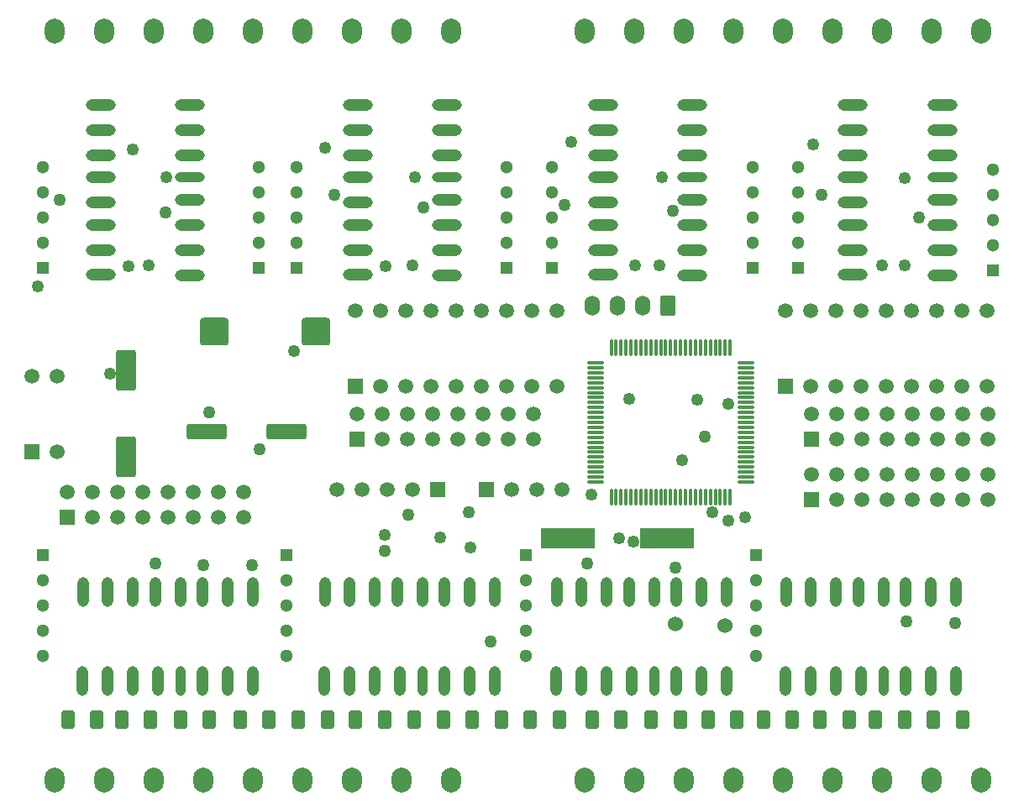
<source format=gts>
G04 Layer_Color=8388736*
%FSLAX25Y25*%
%MOIN*%
G70*
G01*
G75*
%ADD10O,0.03937X0.11811*%
%ADD11O,0.04724X0.11811*%
%ADD12R,0.21654X0.07874*%
%ADD13O,0.11811X0.04724*%
%ADD14O,0.11811X0.03937*%
%ADD15O,0.01181X0.07087*%
%ADD16O,0.07087X0.01181*%
G04:AMPARAMS|DCode=17|XSize=70.87mil|YSize=51.18mil|CornerRadius=6.4mil|HoleSize=0mil|Usage=FLASHONLY|Rotation=90.000|XOffset=0mil|YOffset=0mil|HoleType=Round|Shape=RoundedRectangle|*
%AMROUNDEDRECTD17*
21,1,0.07087,0.03839,0,0,90.0*
21,1,0.05807,0.05118,0,0,90.0*
1,1,0.01280,0.01919,0.02904*
1,1,0.01280,0.01919,-0.02904*
1,1,0.01280,-0.01919,-0.02904*
1,1,0.01280,-0.01919,0.02904*
%
%ADD17ROUNDEDRECTD17*%
G04:AMPARAMS|DCode=18|XSize=157.48mil|YSize=62.99mil|CornerRadius=7.87mil|HoleSize=0mil|Usage=FLASHONLY|Rotation=0.000|XOffset=0mil|YOffset=0mil|HoleType=Round|Shape=RoundedRectangle|*
%AMROUNDEDRECTD18*
21,1,0.15748,0.04724,0,0,0.0*
21,1,0.14173,0.06299,0,0,0.0*
1,1,0.01575,0.07087,-0.02362*
1,1,0.01575,-0.07087,-0.02362*
1,1,0.01575,-0.07087,0.02362*
1,1,0.01575,0.07087,0.02362*
%
%ADD18ROUNDEDRECTD18*%
G04:AMPARAMS|DCode=19|XSize=78.74mil|YSize=161.42mil|CornerRadius=9.84mil|HoleSize=0mil|Usage=FLASHONLY|Rotation=180.000|XOffset=0mil|YOffset=0mil|HoleType=Round|Shape=RoundedRectangle|*
%AMROUNDEDRECTD19*
21,1,0.07874,0.14173,0,0,180.0*
21,1,0.05906,0.16142,0,0,180.0*
1,1,0.01969,-0.02953,0.07087*
1,1,0.01969,0.02953,0.07087*
1,1,0.01969,0.02953,-0.07087*
1,1,0.01969,-0.02953,-0.07087*
%
%ADD19ROUNDEDRECTD19*%
G04:AMPARAMS|DCode=20|XSize=115mil|YSize=110mil|CornerRadius=13.75mil|HoleSize=0mil|Usage=FLASHONLY|Rotation=0.000|XOffset=0mil|YOffset=0mil|HoleType=Round|Shape=RoundedRectangle|*
%AMROUNDEDRECTD20*
21,1,0.11500,0.08250,0,0,0.0*
21,1,0.08750,0.11000,0,0,0.0*
1,1,0.02750,0.04375,-0.04125*
1,1,0.02750,-0.04375,-0.04125*
1,1,0.02750,-0.04375,0.04125*
1,1,0.02750,0.04375,0.04125*
%
%ADD20ROUNDEDRECTD20*%
%ADD25O,0.07874X0.09843*%
%ADD26C,0.06000*%
%ADD27R,0.05118X0.05118*%
%ADD28C,0.05118*%
%ADD29C,0.05906*%
%ADD30R,0.05906X0.05906*%
%ADD31R,0.05906X0.05906*%
%ADD32C,0.05906*%
%ADD33R,0.05906X0.05906*%
%ADD34O,0.06000X0.08000*%
G04:AMPARAMS|DCode=35|XSize=60mil|YSize=80mil|CornerRadius=7.5mil|HoleSize=0mil|Usage=FLASHONLY|Rotation=180.000|XOffset=0mil|YOffset=0mil|HoleType=Round|Shape=RoundedRectangle|*
%AMROUNDEDRECTD35*
21,1,0.06000,0.06500,0,0,180.0*
21,1,0.04500,0.08000,0,0,180.0*
1,1,0.01500,-0.02250,0.03250*
1,1,0.01500,0.02250,0.03250*
1,1,0.01500,0.02250,-0.03250*
1,1,0.01500,-0.02250,-0.03250*
%
%ADD35ROUNDEDRECTD35*%
%ADD36C,0.05000*%
%ADD37C,0.04921*%
D10*
X68500Y61811D02*
D03*
X164500D02*
D03*
X347520D02*
D03*
X256500D02*
D03*
D11*
X77319D02*
D03*
X87319D02*
D03*
X97319D02*
D03*
X59563D02*
D03*
X49681D02*
D03*
X39681D02*
D03*
X29681D02*
D03*
X97319Y97244D02*
D03*
X87319D02*
D03*
X77319D02*
D03*
X68500D02*
D03*
X58500D02*
D03*
X49681D02*
D03*
X39681D02*
D03*
X29996D02*
D03*
X173319Y61811D02*
D03*
X183319D02*
D03*
X193319D02*
D03*
X155563D02*
D03*
X145681D02*
D03*
X135681D02*
D03*
X125681D02*
D03*
X193319Y97244D02*
D03*
X183319D02*
D03*
X173319D02*
D03*
X164500D02*
D03*
X154500D02*
D03*
X145681D02*
D03*
X135681D02*
D03*
X125996D02*
D03*
X356339Y61811D02*
D03*
X366339D02*
D03*
X376339D02*
D03*
X338583D02*
D03*
X328701D02*
D03*
X318701D02*
D03*
X308701D02*
D03*
X376339Y97244D02*
D03*
X366339D02*
D03*
X356339D02*
D03*
X347520D02*
D03*
X337520D02*
D03*
X328701D02*
D03*
X318701D02*
D03*
X309016D02*
D03*
X265319Y61811D02*
D03*
X275319D02*
D03*
X285319D02*
D03*
X247563D02*
D03*
X237681D02*
D03*
X227681D02*
D03*
X217681D02*
D03*
X285319Y97244D02*
D03*
X275319D02*
D03*
X265319D02*
D03*
X256500D02*
D03*
X246500D02*
D03*
X237681D02*
D03*
X227681D02*
D03*
X217996D02*
D03*
D12*
X222315Y118500D02*
D03*
X261685D02*
D03*
D13*
X138811Y223315D02*
D03*
Y233000D02*
D03*
Y243000D02*
D03*
Y251819D02*
D03*
Y261819D02*
D03*
Y270638D02*
D03*
Y280638D02*
D03*
Y290638D02*
D03*
X174244Y223000D02*
D03*
Y233000D02*
D03*
Y243000D02*
D03*
Y252882D02*
D03*
Y290638D02*
D03*
Y280638D02*
D03*
Y270638D02*
D03*
X36811Y223315D02*
D03*
Y233000D02*
D03*
Y243000D02*
D03*
Y251819D02*
D03*
Y261819D02*
D03*
Y270638D02*
D03*
Y280638D02*
D03*
Y290638D02*
D03*
X72244Y223000D02*
D03*
Y233000D02*
D03*
Y243000D02*
D03*
Y252882D02*
D03*
Y290638D02*
D03*
Y280638D02*
D03*
Y270638D02*
D03*
X236256Y223315D02*
D03*
Y233000D02*
D03*
Y243000D02*
D03*
Y251819D02*
D03*
Y261819D02*
D03*
Y270638D02*
D03*
Y280638D02*
D03*
Y290638D02*
D03*
X271689Y223000D02*
D03*
Y233000D02*
D03*
Y243000D02*
D03*
Y252882D02*
D03*
Y290638D02*
D03*
Y280638D02*
D03*
Y270638D02*
D03*
X335311Y223315D02*
D03*
Y233000D02*
D03*
Y243000D02*
D03*
Y251819D02*
D03*
Y261819D02*
D03*
Y270638D02*
D03*
Y280638D02*
D03*
Y290638D02*
D03*
X370744Y223000D02*
D03*
Y233000D02*
D03*
Y243000D02*
D03*
Y252882D02*
D03*
Y290638D02*
D03*
Y280638D02*
D03*
Y270638D02*
D03*
D14*
X174244Y261819D02*
D03*
X72244D02*
D03*
X271689D02*
D03*
X370744D02*
D03*
D15*
X239378Y134776D02*
D03*
X241347D02*
D03*
X243315D02*
D03*
X245284D02*
D03*
X247252D02*
D03*
X249220D02*
D03*
X251189D02*
D03*
X253157D02*
D03*
X255126D02*
D03*
X257095D02*
D03*
X259063D02*
D03*
X261032D02*
D03*
X263000D02*
D03*
X264968D02*
D03*
X266937D02*
D03*
X268905D02*
D03*
X270874D02*
D03*
X272843D02*
D03*
X274811D02*
D03*
X276780D02*
D03*
X278748D02*
D03*
X280716D02*
D03*
X282685D02*
D03*
X284653D02*
D03*
X286622D02*
D03*
Y194224D02*
D03*
X284653D02*
D03*
X282685D02*
D03*
X280716D02*
D03*
X278748D02*
D03*
X276780D02*
D03*
X274811D02*
D03*
X272843D02*
D03*
X270874D02*
D03*
X268905D02*
D03*
X266937D02*
D03*
X264968D02*
D03*
X263000D02*
D03*
X261032D02*
D03*
X259063D02*
D03*
X257095D02*
D03*
X255126D02*
D03*
X253157D02*
D03*
X251189D02*
D03*
X249220D02*
D03*
X247252D02*
D03*
X245284D02*
D03*
X243315D02*
D03*
X241347D02*
D03*
X239378D02*
D03*
D16*
X292724Y140878D02*
D03*
Y142847D02*
D03*
Y144815D02*
D03*
Y146783D02*
D03*
Y148752D02*
D03*
Y150721D02*
D03*
Y152689D02*
D03*
Y154657D02*
D03*
Y156626D02*
D03*
Y158595D02*
D03*
Y160563D02*
D03*
Y162531D02*
D03*
Y164500D02*
D03*
Y166469D02*
D03*
Y168437D02*
D03*
Y170405D02*
D03*
Y172374D02*
D03*
Y174343D02*
D03*
Y176311D02*
D03*
Y178279D02*
D03*
Y180248D02*
D03*
Y182217D02*
D03*
Y184185D02*
D03*
Y186153D02*
D03*
Y188122D02*
D03*
X233276D02*
D03*
Y186153D02*
D03*
Y184185D02*
D03*
Y182217D02*
D03*
Y180248D02*
D03*
Y178279D02*
D03*
Y176311D02*
D03*
Y174343D02*
D03*
Y172374D02*
D03*
Y170405D02*
D03*
Y168437D02*
D03*
Y166469D02*
D03*
Y164500D02*
D03*
Y162531D02*
D03*
Y160563D02*
D03*
Y158595D02*
D03*
Y156626D02*
D03*
Y154657D02*
D03*
Y152689D02*
D03*
Y150721D02*
D03*
Y148752D02*
D03*
Y146783D02*
D03*
Y144815D02*
D03*
Y142847D02*
D03*
Y140878D02*
D03*
D17*
X56500Y46500D02*
D03*
X45083D02*
D03*
X35209D02*
D03*
X23791D02*
D03*
X80000D02*
D03*
X68583D02*
D03*
X103500D02*
D03*
X92083D02*
D03*
X126709D02*
D03*
X115291D02*
D03*
X149417D02*
D03*
X138000D02*
D03*
X172709D02*
D03*
X161291D02*
D03*
X195709D02*
D03*
X184291D02*
D03*
X218709D02*
D03*
X207291D02*
D03*
X243209D02*
D03*
X231791D02*
D03*
X266709D02*
D03*
X255291D02*
D03*
X289209D02*
D03*
X277791D02*
D03*
X311209D02*
D03*
X299791D02*
D03*
X333709D02*
D03*
X322291D02*
D03*
X355709D02*
D03*
X344291D02*
D03*
X378709D02*
D03*
X367291D02*
D03*
D18*
X110500Y161000D02*
D03*
X79004D02*
D03*
D19*
X47000Y151000D02*
D03*
Y185252D02*
D03*
D20*
X122250Y200500D02*
D03*
X81750D02*
D03*
D25*
X228740Y22441D02*
D03*
X248425D02*
D03*
X268110D02*
D03*
X287795D02*
D03*
X307480D02*
D03*
X327165D02*
D03*
X346850D02*
D03*
X366535D02*
D03*
X386221D02*
D03*
X18504D02*
D03*
X38189D02*
D03*
X57874D02*
D03*
X77559D02*
D03*
X97244D02*
D03*
X116929D02*
D03*
X136614D02*
D03*
X156299D02*
D03*
X175984D02*
D03*
X18504Y319685D02*
D03*
X38189D02*
D03*
X57874D02*
D03*
X77559D02*
D03*
X97244D02*
D03*
X116929D02*
D03*
X136614D02*
D03*
X156299D02*
D03*
X175984D02*
D03*
X228740D02*
D03*
X248425D02*
D03*
X268110D02*
D03*
X287795D02*
D03*
X307480D02*
D03*
X327165D02*
D03*
X346850D02*
D03*
X366535D02*
D03*
X386221D02*
D03*
D26*
X265000Y84500D02*
D03*
X284500Y84000D02*
D03*
D27*
X110500Y112000D02*
D03*
X205500D02*
D03*
X297000D02*
D03*
X14000Y226000D02*
D03*
X99500D02*
D03*
X114500D02*
D03*
X198000D02*
D03*
X391000Y225000D02*
D03*
X295500Y226000D02*
D03*
X216000D02*
D03*
X313500D02*
D03*
X14000Y112000D02*
D03*
D28*
X110500Y102000D02*
D03*
Y92000D02*
D03*
Y82000D02*
D03*
Y72000D02*
D03*
X205500Y102000D02*
D03*
Y92000D02*
D03*
Y82000D02*
D03*
Y72000D02*
D03*
X297000Y102000D02*
D03*
Y92000D02*
D03*
Y82000D02*
D03*
Y72000D02*
D03*
X14000Y236000D02*
D03*
Y246000D02*
D03*
Y256000D02*
D03*
Y266000D02*
D03*
X99500Y236000D02*
D03*
Y246000D02*
D03*
Y256000D02*
D03*
Y266000D02*
D03*
X114500Y236000D02*
D03*
Y246000D02*
D03*
Y256000D02*
D03*
Y266000D02*
D03*
X198000Y236000D02*
D03*
Y246000D02*
D03*
Y256000D02*
D03*
Y266000D02*
D03*
X391000Y235000D02*
D03*
Y245000D02*
D03*
Y255000D02*
D03*
Y265000D02*
D03*
X295500Y236000D02*
D03*
Y246000D02*
D03*
Y256000D02*
D03*
Y266000D02*
D03*
X216000Y236000D02*
D03*
Y246000D02*
D03*
Y256000D02*
D03*
Y266000D02*
D03*
X313500Y236000D02*
D03*
Y246000D02*
D03*
Y256000D02*
D03*
Y266000D02*
D03*
X14000Y102000D02*
D03*
Y92000D02*
D03*
Y82000D02*
D03*
Y72000D02*
D03*
D29*
X130500Y138000D02*
D03*
X140500D02*
D03*
X150500D02*
D03*
X160500D02*
D03*
X220000D02*
D03*
X210000D02*
D03*
X200000D02*
D03*
X388898Y144000D02*
D03*
Y134000D02*
D03*
X378898Y144000D02*
D03*
Y134000D02*
D03*
X368898Y144000D02*
D03*
Y134000D02*
D03*
X358898Y144000D02*
D03*
Y134000D02*
D03*
X348898Y144000D02*
D03*
Y134000D02*
D03*
X338898Y144000D02*
D03*
Y134000D02*
D03*
X328898Y144000D02*
D03*
Y134000D02*
D03*
X318898Y144000D02*
D03*
X388898Y168000D02*
D03*
Y158000D02*
D03*
X378898Y168000D02*
D03*
Y158000D02*
D03*
X368898Y168000D02*
D03*
Y158000D02*
D03*
X358898Y168000D02*
D03*
Y158000D02*
D03*
X348898Y168000D02*
D03*
Y158000D02*
D03*
X338898Y168000D02*
D03*
Y158000D02*
D03*
X328898Y168000D02*
D03*
Y158000D02*
D03*
X318898Y168000D02*
D03*
X19500Y183000D02*
D03*
X9500D02*
D03*
X19500Y153000D02*
D03*
X93500Y137000D02*
D03*
Y127000D02*
D03*
X83500Y137000D02*
D03*
Y127000D02*
D03*
X73500Y137000D02*
D03*
Y127000D02*
D03*
X63500Y137000D02*
D03*
Y127000D02*
D03*
X53500Y137000D02*
D03*
Y127000D02*
D03*
X43500Y137000D02*
D03*
Y127000D02*
D03*
X33500Y137000D02*
D03*
Y127000D02*
D03*
X23500Y137000D02*
D03*
X208500Y168000D02*
D03*
Y158000D02*
D03*
X198500Y168000D02*
D03*
Y158000D02*
D03*
X188500Y168000D02*
D03*
Y158000D02*
D03*
X178500Y168000D02*
D03*
Y158000D02*
D03*
X168500Y168000D02*
D03*
Y158000D02*
D03*
X158500Y168000D02*
D03*
Y158000D02*
D03*
X148500Y168000D02*
D03*
Y158000D02*
D03*
X138500Y168000D02*
D03*
D30*
X170500Y138000D02*
D03*
X190000D02*
D03*
X318898Y134000D02*
D03*
Y158000D02*
D03*
X23500Y127000D02*
D03*
X138500Y158000D02*
D03*
D31*
X138000Y179000D02*
D03*
X308500D02*
D03*
D32*
X148000D02*
D03*
X158000D02*
D03*
X168000D02*
D03*
X178000D02*
D03*
X188000D02*
D03*
X198000D02*
D03*
X208000D02*
D03*
X218000D02*
D03*
X138000Y209000D02*
D03*
X148000D02*
D03*
X158000D02*
D03*
X168000D02*
D03*
X178000D02*
D03*
X188000D02*
D03*
X198000D02*
D03*
X208000D02*
D03*
X218000D02*
D03*
X318500Y179000D02*
D03*
X328500D02*
D03*
X338500D02*
D03*
X348500D02*
D03*
X358500D02*
D03*
X368500D02*
D03*
X378500D02*
D03*
X388500D02*
D03*
X308500Y209000D02*
D03*
X318500D02*
D03*
X328500D02*
D03*
X338500D02*
D03*
X348500D02*
D03*
X358500D02*
D03*
X368500D02*
D03*
X378500D02*
D03*
X388500D02*
D03*
D33*
X9500Y153000D02*
D03*
D34*
X232000Y211000D02*
D03*
X252000D02*
D03*
X242000D02*
D03*
D35*
X262000D02*
D03*
D36*
X20500Y253000D02*
D03*
X62500Y248000D02*
D03*
X129500Y255000D02*
D03*
X165000Y250000D02*
D03*
X221000Y251000D02*
D03*
X264000Y248500D02*
D03*
X323000Y255000D02*
D03*
X361500Y246000D02*
D03*
X80000Y168500D02*
D03*
X100000Y154000D02*
D03*
X159000Y128000D02*
D03*
X183000Y129000D02*
D03*
X77500Y108000D02*
D03*
X97000D02*
D03*
X58500Y108500D02*
D03*
X149500Y113500D02*
D03*
X191500Y77500D02*
D03*
X230000Y108500D02*
D03*
X265000Y107000D02*
D03*
X376000Y85000D02*
D03*
X356500Y85500D02*
D03*
X276500Y159000D02*
D03*
D37*
X319500Y275000D02*
D03*
X223500Y276000D02*
D03*
X161500Y262000D02*
D03*
X150000Y226500D02*
D03*
X126000Y273500D02*
D03*
X48000Y226500D02*
D03*
X40500Y184000D02*
D03*
X113500Y193000D02*
D03*
X56000Y227000D02*
D03*
X11763Y218500D02*
D03*
X286000Y125500D02*
D03*
X292500Y127000D02*
D03*
X49500Y273000D02*
D03*
X63000Y262000D02*
D03*
X160500Y227000D02*
D03*
X258500D02*
D03*
X249000D02*
D03*
X259500Y262000D02*
D03*
X356000Y261500D02*
D03*
X347000Y227000D02*
D03*
X356000D02*
D03*
X267500Y149500D02*
D03*
X242500Y118500D02*
D03*
X248151Y117024D02*
D03*
X273500Y173500D02*
D03*
X279500Y129000D02*
D03*
X231500Y136000D02*
D03*
X286000Y172000D02*
D03*
X149500Y120000D02*
D03*
X183500Y115000D02*
D03*
X246500Y174000D02*
D03*
X171500Y119000D02*
D03*
M02*

</source>
